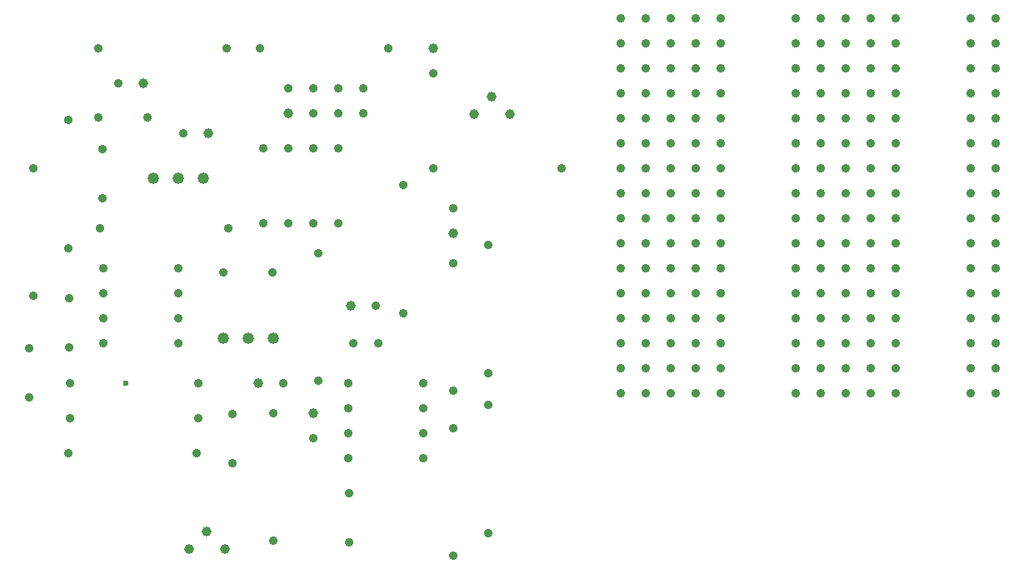
<source format=gbr>
G04 Generated by Ultiboard 12.0 *
%FSLAX25Y25*%
%MOIN*%

%ADD11C,0.03500*%
%ADD12C,0.03937*%
%ADD13C,0.03543*%
%ADD14C,0.03917*%
%ADD15C,0.02362*%
%ADD16C,0.04667*%


G04 ColorRGB 000000 for the following layer *
%LNDrill-Copper Top-Copper Bottom*%
%LPD*%
G54D11*
X335000Y128000D03*
X345000Y128000D03*
X355000Y128000D03*
X365000Y128000D03*
X375000Y128000D03*
X405000Y128000D03*
X415000Y128000D03*
X425000Y128000D03*
X435000Y128000D03*
X445000Y128000D03*
X475000Y128000D03*
X485000Y128000D03*
X335000Y138000D03*
X345000Y138000D03*
X355000Y138000D03*
X365000Y138000D03*
X375000Y138000D03*
X405000Y138000D03*
X415000Y138000D03*
X425000Y138000D03*
X435000Y138000D03*
X445000Y138000D03*
X475000Y138000D03*
X485000Y138000D03*
X335000Y148000D03*
X345000Y148000D03*
X355000Y148000D03*
X365000Y148000D03*
X375000Y148000D03*
X405000Y148000D03*
X415000Y148000D03*
X425000Y148000D03*
X435000Y148000D03*
X445000Y148000D03*
X475000Y148000D03*
X485000Y148000D03*
X335000Y158000D03*
X345000Y158000D03*
X355000Y158000D03*
X365000Y158000D03*
X375000Y158000D03*
X405000Y158000D03*
X415000Y158000D03*
X425000Y158000D03*
X435000Y158000D03*
X445000Y158000D03*
X475000Y158000D03*
X485000Y158000D03*
X335000Y168000D03*
X345000Y168000D03*
X355000Y168000D03*
X365000Y168000D03*
X375000Y168000D03*
X405000Y168000D03*
X415000Y168000D03*
X425000Y168000D03*
X435000Y168000D03*
X445000Y168000D03*
X475000Y168000D03*
X485000Y168000D03*
X335000Y178000D03*
X345000Y178000D03*
X355000Y178000D03*
X365000Y178000D03*
X375000Y178000D03*
X405000Y178000D03*
X415000Y178000D03*
X425000Y178000D03*
X435000Y178000D03*
X445000Y178000D03*
X475000Y178000D03*
X485000Y178000D03*
X335000Y188000D03*
X345000Y188000D03*
X355000Y188000D03*
X365000Y188000D03*
X375000Y188000D03*
X405000Y188000D03*
X415000Y188000D03*
X425000Y188000D03*
X435000Y188000D03*
X445000Y188000D03*
X475000Y188000D03*
X485000Y188000D03*
X335000Y198000D03*
X345000Y198000D03*
X355000Y198000D03*
X365000Y198000D03*
X375000Y198000D03*
X405000Y198000D03*
X415000Y198000D03*
X425000Y198000D03*
X435000Y198000D03*
X445000Y198000D03*
X475000Y198000D03*
X485000Y198000D03*
X335000Y208000D03*
X345000Y208000D03*
X355000Y208000D03*
X365000Y208000D03*
X375000Y208000D03*
X405000Y208000D03*
X415000Y208000D03*
X425000Y208000D03*
X435000Y208000D03*
X445000Y208000D03*
X475000Y208000D03*
X485000Y208000D03*
X335000Y218000D03*
X345000Y218000D03*
X355000Y218000D03*
X365000Y218000D03*
X375000Y218000D03*
X405000Y218000D03*
X415000Y218000D03*
X425000Y218000D03*
X435000Y218000D03*
X445000Y218000D03*
X475000Y218000D03*
X485000Y218000D03*
X335000Y228000D03*
X345000Y228000D03*
X355000Y228000D03*
X365000Y228000D03*
X375000Y228000D03*
X405000Y228000D03*
X415000Y228000D03*
X425000Y228000D03*
X435000Y228000D03*
X445000Y228000D03*
X475000Y228000D03*
X485000Y228000D03*
X335000Y238000D03*
X345000Y238000D03*
X355000Y238000D03*
X365000Y238000D03*
X375000Y238000D03*
X405000Y238000D03*
X415000Y238000D03*
X425000Y238000D03*
X435000Y238000D03*
X445000Y238000D03*
X475000Y238000D03*
X485000Y238000D03*
X335000Y248000D03*
X345000Y248000D03*
X355000Y248000D03*
X365000Y248000D03*
X375000Y248000D03*
X405000Y248000D03*
X415000Y248000D03*
X425000Y248000D03*
X435000Y248000D03*
X445000Y248000D03*
X475000Y248000D03*
X485000Y248000D03*
X335000Y258000D03*
X345000Y258000D03*
X355000Y258000D03*
X365000Y258000D03*
X375000Y258000D03*
X405000Y258000D03*
X415000Y258000D03*
X425000Y258000D03*
X435000Y258000D03*
X445000Y258000D03*
X475000Y258000D03*
X485000Y258000D03*
X335000Y268000D03*
X345000Y268000D03*
X355000Y268000D03*
X365000Y268000D03*
X375000Y268000D03*
X405000Y268000D03*
X415000Y268000D03*
X425000Y268000D03*
X435000Y268000D03*
X445000Y268000D03*
X475000Y268000D03*
X485000Y268000D03*
X335000Y278000D03*
X345000Y278000D03*
X355000Y278000D03*
X365000Y278000D03*
X375000Y278000D03*
X405000Y278000D03*
X415000Y278000D03*
X425000Y278000D03*
X435000Y278000D03*
X445000Y278000D03*
X475000Y278000D03*
X485000Y278000D03*
X226000Y102000D03*
X226000Y132000D03*
X226000Y112000D03*
X226000Y122000D03*
X256000Y112000D03*
X256000Y132000D03*
X256000Y122000D03*
X256000Y102000D03*
X212000Y110000D03*
X200000Y132000D03*
X128000Y148000D03*
X128000Y178000D03*
X128000Y158000D03*
X128000Y168000D03*
X158000Y158000D03*
X158000Y178000D03*
X158000Y168000D03*
X158000Y148000D03*
X237000Y163000D03*
X192000Y226000D03*
X222000Y226000D03*
X202000Y226000D03*
X212000Y226000D03*
X202000Y196000D03*
X222000Y196000D03*
X212000Y196000D03*
X192000Y196000D03*
X268000Y202000D03*
X160000Y232000D03*
X202000Y250000D03*
X212000Y240000D03*
X222000Y240000D03*
X232000Y240000D03*
X232000Y250000D03*
X212000Y250000D03*
X222000Y250000D03*
X134000Y252000D03*
X260000Y256000D03*
G54D12*
X169464Y72536D03*
X162393Y65464D03*
X176536Y65464D03*
X283464Y246536D03*
X276393Y239464D03*
X290536Y239464D03*
G54D13*
X268000Y62819D03*
X268000Y114000D03*
X196000Y68819D03*
X196000Y120000D03*
X226197Y68315D03*
X226197Y88000D03*
X282000Y123181D03*
X282000Y72000D03*
X179803Y119685D03*
X179803Y100000D03*
X165181Y104000D03*
X114000Y104000D03*
X114819Y118000D03*
X166000Y118000D03*
X98197Y126315D03*
X98197Y146000D03*
X114819Y132000D03*
X166000Y132000D03*
X214000Y132819D03*
X214000Y184000D03*
X268000Y128819D03*
X268000Y180000D03*
X282000Y187181D03*
X282000Y136000D03*
X114197Y146315D03*
X114197Y166000D03*
X228157Y148000D03*
X238000Y148000D03*
X248000Y211181D03*
X248000Y160000D03*
X100000Y166819D03*
X100000Y218000D03*
X195685Y176197D03*
X176000Y176197D03*
X114000Y237181D03*
X114000Y186000D03*
X126819Y194000D03*
X178000Y194000D03*
X127803Y225685D03*
X127803Y206000D03*
X311181Y218000D03*
X260000Y218000D03*
X145685Y238197D03*
X126000Y238197D03*
X177181Y266000D03*
X126000Y266000D03*
X190819Y266000D03*
X242000Y266000D03*
G54D14*
X212000Y120000D03*
X190000Y132000D03*
X227000Y163000D03*
X268000Y192000D03*
X170000Y232000D03*
X202000Y240000D03*
X144000Y252000D03*
X260000Y266000D03*
G54D15*
X137000Y132000D03*
G54D16*
X176000Y150000D03*
X196000Y150000D03*
X186000Y150000D03*
X168000Y214000D03*
X158000Y214000D03*
X148000Y214000D03*

M00*

</source>
